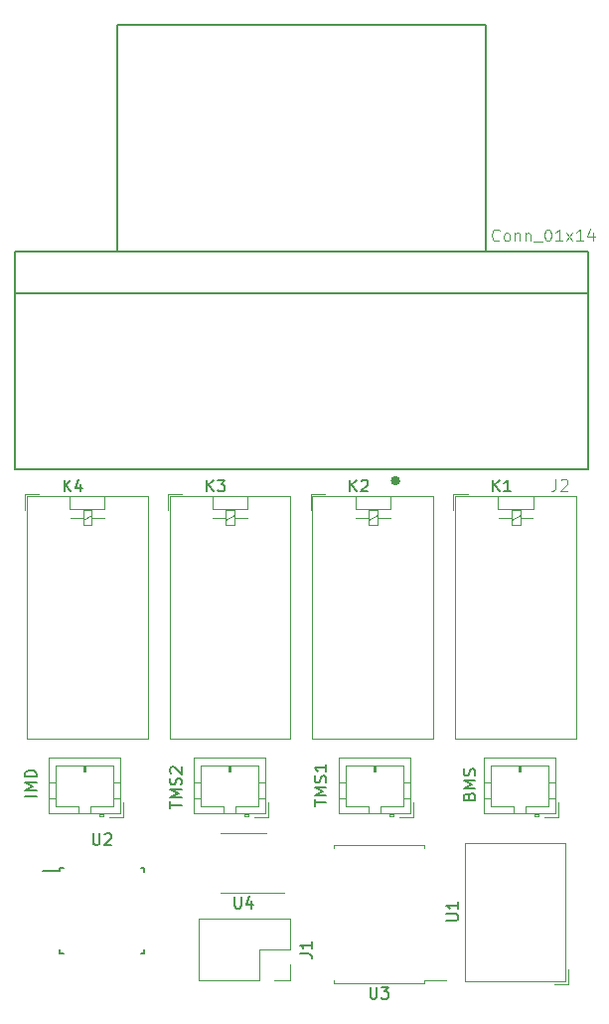
<source format=gbr>
G04 #@! TF.GenerationSoftware,KiCad,Pcbnew,5.1.5-52549c5~84~ubuntu18.04.1*
G04 #@! TF.CreationDate,2020-02-06T21:07:47-05:00*
G04 #@! TF.ProjectId,FH_fault-latch,46485f66-6175-46c7-942d-6c617463682e,rev?*
G04 #@! TF.SameCoordinates,Original*
G04 #@! TF.FileFunction,Legend,Top*
G04 #@! TF.FilePolarity,Positive*
%FSLAX46Y46*%
G04 Gerber Fmt 4.6, Leading zero omitted, Abs format (unit mm)*
G04 Created by KiCad (PCBNEW 5.1.5-52549c5~84~ubuntu18.04.1) date 2020-02-06 21:07:47*
%MOMM*%
%LPD*%
G04 APERTURE LIST*
%ADD10C,0.400000*%
%ADD11C,0.127000*%
%ADD12C,0.120000*%
%ADD13C,0.150000*%
%ADD14C,0.050000*%
G04 APERTURE END LIST*
D10*
X138248000Y-84724000D02*
G75*
G03X138248000Y-84724000I-200000J0D01*
G01*
D11*
X154448000Y-83774000D02*
X105648000Y-83774000D01*
X114348000Y-45874000D02*
X114348000Y-65174000D01*
X145748000Y-45874000D02*
X114348000Y-45874000D01*
X145748000Y-65174000D02*
X145748000Y-45874000D01*
X114348000Y-65174000D02*
X105648000Y-65174000D01*
X145748000Y-65174000D02*
X114348000Y-65174000D01*
X154448000Y-65174000D02*
X145748000Y-65174000D01*
X154448000Y-65174000D02*
X154448000Y-68724000D01*
X154448000Y-83774000D02*
X154448000Y-68724000D01*
X105648000Y-68724000D02*
X105648000Y-83774000D01*
X105648000Y-68724000D02*
X105648000Y-65174000D01*
X154448000Y-68724000D02*
X105648000Y-68724000D01*
D12*
X148670000Y-87260000D02*
X147970000Y-87260000D01*
X148670000Y-88460000D02*
X148670000Y-87260000D01*
X147970000Y-88460000D02*
X148670000Y-88460000D01*
X147970000Y-87260000D02*
X147970000Y-88460000D01*
X147970000Y-88060000D02*
X148670000Y-87660000D01*
X148670000Y-87890000D02*
X149770000Y-87890000D01*
X147970000Y-87890000D02*
X146870000Y-87890000D01*
X149800000Y-87110000D02*
X149800000Y-86050000D01*
X146800000Y-87110000D02*
X149800000Y-87110000D01*
X146800000Y-86050000D02*
X146800000Y-87090000D01*
X153470000Y-86050000D02*
X143150000Y-86050000D01*
X153470000Y-106720000D02*
X153470000Y-86050000D01*
X143150000Y-106720000D02*
X153470000Y-106720000D01*
X143150000Y-86050000D02*
X143150000Y-106720000D01*
X142990000Y-87200000D02*
X142990000Y-85900000D01*
X142990000Y-85900000D02*
X144200000Y-85900000D01*
X125095000Y-119844500D02*
X128545000Y-119844500D01*
X125095000Y-119844500D02*
X123145000Y-119844500D01*
X125095000Y-114724500D02*
X127045000Y-114724500D01*
X125095000Y-114724500D02*
X123145000Y-114724500D01*
X140512000Y-127306000D02*
X142327000Y-127306000D01*
X140512000Y-127551000D02*
X140512000Y-127306000D01*
X136652000Y-127551000D02*
X140512000Y-127551000D01*
X132792000Y-127551000D02*
X132792000Y-127306000D01*
X136652000Y-127551000D02*
X132792000Y-127551000D01*
X140512000Y-115781000D02*
X140512000Y-116026000D01*
X136652000Y-115781000D02*
X140512000Y-115781000D01*
X132792000Y-115781000D02*
X132792000Y-116026000D01*
X136652000Y-115781000D02*
X132792000Y-115781000D01*
D13*
X109405000Y-117948500D02*
X107980000Y-117948500D01*
X116655000Y-117723500D02*
X116330000Y-117723500D01*
X116655000Y-124973500D02*
X116330000Y-124973500D01*
X109405000Y-124973500D02*
X109730000Y-124973500D01*
X109405000Y-117723500D02*
X109730000Y-117723500D01*
X109405000Y-124973500D02*
X109405000Y-124648500D01*
X116655000Y-124973500D02*
X116655000Y-124648500D01*
X116655000Y-117723500D02*
X116655000Y-118048500D01*
X109405000Y-117723500D02*
X109405000Y-117948500D01*
D12*
X152795000Y-127563000D02*
X152795000Y-126323000D01*
X151555000Y-127563000D02*
X152795000Y-127563000D01*
X143935000Y-115602000D02*
X152555000Y-115602000D01*
X143935000Y-127323000D02*
X152555000Y-127323000D01*
X152555000Y-127323000D02*
X152555000Y-115602000D01*
X143935000Y-127323000D02*
X143935000Y-115602000D01*
X114882000Y-113362000D02*
X114882000Y-112112000D01*
X113632000Y-113362000D02*
X114882000Y-113362000D01*
X111522000Y-108952000D02*
X111522000Y-109452000D01*
X111422000Y-109452000D02*
X111422000Y-108952000D01*
X111622000Y-109452000D02*
X111422000Y-109452000D01*
X111622000Y-108952000D02*
X111622000Y-109452000D01*
X108462000Y-110452000D02*
X109072000Y-110452000D01*
X108462000Y-111752000D02*
X109072000Y-111752000D01*
X114582000Y-110452000D02*
X113972000Y-110452000D01*
X114582000Y-111752000D02*
X113972000Y-111752000D01*
X111022000Y-112452000D02*
X111022000Y-113062000D01*
X109072000Y-112452000D02*
X111022000Y-112452000D01*
X109072000Y-108952000D02*
X109072000Y-112452000D01*
X113972000Y-108952000D02*
X109072000Y-108952000D01*
X113972000Y-112452000D02*
X113972000Y-108952000D01*
X112022000Y-112452000D02*
X113972000Y-112452000D01*
X112022000Y-113062000D02*
X112022000Y-112452000D01*
X112822000Y-113162000D02*
X113122000Y-113162000D01*
X113122000Y-113262000D02*
X113122000Y-113062000D01*
X112822000Y-113262000D02*
X113122000Y-113262000D01*
X112822000Y-113062000D02*
X112822000Y-113262000D01*
X108462000Y-113062000D02*
X114582000Y-113062000D01*
X108462000Y-108342000D02*
X108462000Y-113062000D01*
X114582000Y-108342000D02*
X108462000Y-108342000D01*
X114582000Y-113062000D02*
X114582000Y-108342000D01*
X127243333Y-113362000D02*
X127243333Y-112112000D01*
X125993333Y-113362000D02*
X127243333Y-113362000D01*
X123883333Y-108952000D02*
X123883333Y-109452000D01*
X123783333Y-109452000D02*
X123783333Y-108952000D01*
X123983333Y-109452000D02*
X123783333Y-109452000D01*
X123983333Y-108952000D02*
X123983333Y-109452000D01*
X120823333Y-110452000D02*
X121433333Y-110452000D01*
X120823333Y-111752000D02*
X121433333Y-111752000D01*
X126943333Y-110452000D02*
X126333333Y-110452000D01*
X126943333Y-111752000D02*
X126333333Y-111752000D01*
X123383333Y-112452000D02*
X123383333Y-113062000D01*
X121433333Y-112452000D02*
X123383333Y-112452000D01*
X121433333Y-108952000D02*
X121433333Y-112452000D01*
X126333333Y-108952000D02*
X121433333Y-108952000D01*
X126333333Y-112452000D02*
X126333333Y-108952000D01*
X124383333Y-112452000D02*
X126333333Y-112452000D01*
X124383333Y-113062000D02*
X124383333Y-112452000D01*
X125183333Y-113162000D02*
X125483333Y-113162000D01*
X125483333Y-113262000D02*
X125483333Y-113062000D01*
X125183333Y-113262000D02*
X125483333Y-113262000D01*
X125183333Y-113062000D02*
X125183333Y-113262000D01*
X120823333Y-113062000D02*
X126943333Y-113062000D01*
X120823333Y-108342000D02*
X120823333Y-113062000D01*
X126943333Y-108342000D02*
X120823333Y-108342000D01*
X126943333Y-113062000D02*
X126943333Y-108342000D01*
X139604666Y-113362000D02*
X139604666Y-112112000D01*
X138354666Y-113362000D02*
X139604666Y-113362000D01*
X136244666Y-108952000D02*
X136244666Y-109452000D01*
X136144666Y-109452000D02*
X136144666Y-108952000D01*
X136344666Y-109452000D02*
X136144666Y-109452000D01*
X136344666Y-108952000D02*
X136344666Y-109452000D01*
X133184666Y-110452000D02*
X133794666Y-110452000D01*
X133184666Y-111752000D02*
X133794666Y-111752000D01*
X139304666Y-110452000D02*
X138694666Y-110452000D01*
X139304666Y-111752000D02*
X138694666Y-111752000D01*
X135744666Y-112452000D02*
X135744666Y-113062000D01*
X133794666Y-112452000D02*
X135744666Y-112452000D01*
X133794666Y-108952000D02*
X133794666Y-112452000D01*
X138694666Y-108952000D02*
X133794666Y-108952000D01*
X138694666Y-112452000D02*
X138694666Y-108952000D01*
X136744666Y-112452000D02*
X138694666Y-112452000D01*
X136744666Y-113062000D02*
X136744666Y-112452000D01*
X137544666Y-113162000D02*
X137844666Y-113162000D01*
X137844666Y-113262000D02*
X137844666Y-113062000D01*
X137544666Y-113262000D02*
X137844666Y-113262000D01*
X137544666Y-113062000D02*
X137544666Y-113262000D01*
X133184666Y-113062000D02*
X139304666Y-113062000D01*
X133184666Y-108342000D02*
X133184666Y-113062000D01*
X139304666Y-108342000D02*
X133184666Y-108342000D01*
X139304666Y-113062000D02*
X139304666Y-108342000D01*
X151966000Y-113362000D02*
X151966000Y-112112000D01*
X150716000Y-113362000D02*
X151966000Y-113362000D01*
X148606000Y-108952000D02*
X148606000Y-109452000D01*
X148506000Y-109452000D02*
X148506000Y-108952000D01*
X148706000Y-109452000D02*
X148506000Y-109452000D01*
X148706000Y-108952000D02*
X148706000Y-109452000D01*
X145546000Y-110452000D02*
X146156000Y-110452000D01*
X145546000Y-111752000D02*
X146156000Y-111752000D01*
X151666000Y-110452000D02*
X151056000Y-110452000D01*
X151666000Y-111752000D02*
X151056000Y-111752000D01*
X148106000Y-112452000D02*
X148106000Y-113062000D01*
X146156000Y-112452000D02*
X148106000Y-112452000D01*
X146156000Y-108952000D02*
X146156000Y-112452000D01*
X151056000Y-108952000D02*
X146156000Y-108952000D01*
X151056000Y-112452000D02*
X151056000Y-108952000D01*
X149106000Y-112452000D02*
X151056000Y-112452000D01*
X149106000Y-113062000D02*
X149106000Y-112452000D01*
X149906000Y-113162000D02*
X150206000Y-113162000D01*
X150206000Y-113262000D02*
X150206000Y-113062000D01*
X149906000Y-113262000D02*
X150206000Y-113262000D01*
X149906000Y-113062000D02*
X149906000Y-113262000D01*
X145546000Y-113062000D02*
X151666000Y-113062000D01*
X145546000Y-108342000D02*
X145546000Y-113062000D01*
X151666000Y-108342000D02*
X145546000Y-108342000D01*
X151666000Y-113062000D02*
X151666000Y-108342000D01*
X112120000Y-87260000D02*
X111420000Y-87260000D01*
X112120000Y-88460000D02*
X112120000Y-87260000D01*
X111420000Y-88460000D02*
X112120000Y-88460000D01*
X111420000Y-87260000D02*
X111420000Y-88460000D01*
X111420000Y-88060000D02*
X112120000Y-87660000D01*
X112120000Y-87890000D02*
X113220000Y-87890000D01*
X111420000Y-87890000D02*
X110320000Y-87890000D01*
X113250000Y-87110000D02*
X113250000Y-86050000D01*
X110250000Y-87110000D02*
X113250000Y-87110000D01*
X110250000Y-86050000D02*
X110250000Y-87090000D01*
X116920000Y-86050000D02*
X106600000Y-86050000D01*
X116920000Y-106720000D02*
X116920000Y-86050000D01*
X106600000Y-106720000D02*
X116920000Y-106720000D01*
X106600000Y-86050000D02*
X106600000Y-106720000D01*
X106440000Y-87200000D02*
X106440000Y-85900000D01*
X106440000Y-85900000D02*
X107650000Y-85900000D01*
X124303333Y-87260000D02*
X123603333Y-87260000D01*
X124303333Y-88460000D02*
X124303333Y-87260000D01*
X123603333Y-88460000D02*
X124303333Y-88460000D01*
X123603333Y-87260000D02*
X123603333Y-88460000D01*
X123603333Y-88060000D02*
X124303333Y-87660000D01*
X124303333Y-87890000D02*
X125403333Y-87890000D01*
X123603333Y-87890000D02*
X122503333Y-87890000D01*
X125433333Y-87110000D02*
X125433333Y-86050000D01*
X122433333Y-87110000D02*
X125433333Y-87110000D01*
X122433333Y-86050000D02*
X122433333Y-87090000D01*
X129103333Y-86050000D02*
X118783333Y-86050000D01*
X129103333Y-106720000D02*
X129103333Y-86050000D01*
X118783333Y-106720000D02*
X129103333Y-106720000D01*
X118783333Y-86050000D02*
X118783333Y-106720000D01*
X118623333Y-87200000D02*
X118623333Y-85900000D01*
X118623333Y-85900000D02*
X119833333Y-85900000D01*
X136486666Y-87260000D02*
X135786666Y-87260000D01*
X136486666Y-88460000D02*
X136486666Y-87260000D01*
X135786666Y-88460000D02*
X136486666Y-88460000D01*
X135786666Y-87260000D02*
X135786666Y-88460000D01*
X135786666Y-88060000D02*
X136486666Y-87660000D01*
X136486666Y-87890000D02*
X137586666Y-87890000D01*
X135786666Y-87890000D02*
X134686666Y-87890000D01*
X137616666Y-87110000D02*
X137616666Y-86050000D01*
X134616666Y-87110000D02*
X137616666Y-87110000D01*
X134616666Y-86050000D02*
X134616666Y-87090000D01*
X141286666Y-86050000D02*
X130966666Y-86050000D01*
X141286666Y-106720000D02*
X141286666Y-86050000D01*
X130966666Y-106720000D02*
X141286666Y-106720000D01*
X130966666Y-86050000D02*
X130966666Y-106720000D01*
X130806666Y-87200000D02*
X130806666Y-85900000D01*
X130806666Y-85900000D02*
X132016666Y-85900000D01*
X129028500Y-125920500D02*
X129028500Y-127250500D01*
X129028500Y-127250500D02*
X127698500Y-127250500D01*
X129028500Y-124650500D02*
X126428500Y-124650500D01*
X126428500Y-124650500D02*
X126428500Y-127250500D01*
X126428500Y-127250500D02*
X121288500Y-127250500D01*
X121288500Y-122050500D02*
X121288500Y-127250500D01*
X129028500Y-122050500D02*
X121288500Y-122050500D01*
X129028500Y-122050500D02*
X129028500Y-124650500D01*
D14*
X151716720Y-84574648D02*
X151716720Y-85290320D01*
X151669008Y-85433454D01*
X151573585Y-85528877D01*
X151430451Y-85576588D01*
X151335028Y-85576588D01*
X152146122Y-84670071D02*
X152193834Y-84622360D01*
X152289257Y-84574648D01*
X152527814Y-84574648D01*
X152623237Y-84622360D01*
X152670948Y-84670071D01*
X152718660Y-84765494D01*
X152718660Y-84860917D01*
X152670948Y-85004051D01*
X152098411Y-85576588D01*
X152718660Y-85576588D01*
X146894311Y-64208642D02*
X146846665Y-64256288D01*
X146703728Y-64303934D01*
X146608437Y-64303934D01*
X146465500Y-64256288D01*
X146370208Y-64160997D01*
X146322562Y-64065705D01*
X146274917Y-63875122D01*
X146274917Y-63732185D01*
X146322562Y-63541602D01*
X146370208Y-63446311D01*
X146465500Y-63351020D01*
X146608437Y-63303374D01*
X146703728Y-63303374D01*
X146846665Y-63351020D01*
X146894311Y-63398665D01*
X147466060Y-64303934D02*
X147370768Y-64256288D01*
X147323122Y-64208642D01*
X147275477Y-64113351D01*
X147275477Y-63827477D01*
X147323122Y-63732185D01*
X147370768Y-63684540D01*
X147466060Y-63636894D01*
X147608997Y-63636894D01*
X147704288Y-63684540D01*
X147751934Y-63732185D01*
X147799580Y-63827477D01*
X147799580Y-64113351D01*
X147751934Y-64208642D01*
X147704288Y-64256288D01*
X147608997Y-64303934D01*
X147466060Y-64303934D01*
X148228391Y-63636894D02*
X148228391Y-64303934D01*
X148228391Y-63732185D02*
X148276037Y-63684540D01*
X148371328Y-63636894D01*
X148514265Y-63636894D01*
X148609557Y-63684540D01*
X148657202Y-63779831D01*
X148657202Y-64303934D01*
X149133660Y-63636894D02*
X149133660Y-64303934D01*
X149133660Y-63732185D02*
X149181305Y-63684540D01*
X149276597Y-63636894D01*
X149419534Y-63636894D01*
X149514825Y-63684540D01*
X149562471Y-63779831D01*
X149562471Y-64303934D01*
X149800700Y-64399225D02*
X150563031Y-64399225D01*
X150991842Y-63303374D02*
X151087134Y-63303374D01*
X151182425Y-63351020D01*
X151230071Y-63398665D01*
X151277717Y-63493957D01*
X151325362Y-63684540D01*
X151325362Y-63922768D01*
X151277717Y-64113351D01*
X151230071Y-64208642D01*
X151182425Y-64256288D01*
X151087134Y-64303934D01*
X150991842Y-64303934D01*
X150896551Y-64256288D01*
X150848905Y-64208642D01*
X150801260Y-64113351D01*
X150753614Y-63922768D01*
X150753614Y-63684540D01*
X150801260Y-63493957D01*
X150848905Y-63398665D01*
X150896551Y-63351020D01*
X150991842Y-63303374D01*
X152278277Y-64303934D02*
X151706528Y-64303934D01*
X151992402Y-64303934D02*
X151992402Y-63303374D01*
X151897111Y-63446311D01*
X151801820Y-63541602D01*
X151706528Y-63589248D01*
X152611797Y-64303934D02*
X153135900Y-63636894D01*
X152611797Y-63636894D02*
X153135900Y-64303934D01*
X154041168Y-64303934D02*
X153469420Y-64303934D01*
X153755294Y-64303934D02*
X153755294Y-63303374D01*
X153660002Y-63446311D01*
X153564711Y-63541602D01*
X153469420Y-63589248D01*
X154898791Y-63636894D02*
X154898791Y-64303934D01*
X154660562Y-63255728D02*
X154422334Y-63970414D01*
X155041728Y-63970414D01*
D13*
X146361904Y-85652380D02*
X146361904Y-84652380D01*
X146933333Y-85652380D02*
X146504761Y-85080952D01*
X146933333Y-84652380D02*
X146361904Y-85223809D01*
X147885714Y-85652380D02*
X147314285Y-85652380D01*
X147600000Y-85652380D02*
X147600000Y-84652380D01*
X147504761Y-84795238D01*
X147409523Y-84890476D01*
X147314285Y-84938095D01*
X124333095Y-120136880D02*
X124333095Y-120946404D01*
X124380714Y-121041642D01*
X124428333Y-121089261D01*
X124523571Y-121136880D01*
X124714047Y-121136880D01*
X124809285Y-121089261D01*
X124856904Y-121041642D01*
X124904523Y-120946404D01*
X124904523Y-120136880D01*
X125809285Y-120470214D02*
X125809285Y-121136880D01*
X125571190Y-120089261D02*
X125333095Y-120803547D01*
X125952142Y-120803547D01*
X135890095Y-127838380D02*
X135890095Y-128647904D01*
X135937714Y-128743142D01*
X135985333Y-128790761D01*
X136080571Y-128838380D01*
X136271047Y-128838380D01*
X136366285Y-128790761D01*
X136413904Y-128743142D01*
X136461523Y-128647904D01*
X136461523Y-127838380D01*
X136842476Y-127838380D02*
X137461523Y-127838380D01*
X137128190Y-128219333D01*
X137271047Y-128219333D01*
X137366285Y-128266952D01*
X137413904Y-128314571D01*
X137461523Y-128409809D01*
X137461523Y-128647904D01*
X137413904Y-128743142D01*
X137366285Y-128790761D01*
X137271047Y-128838380D01*
X136985333Y-128838380D01*
X136890095Y-128790761D01*
X136842476Y-128743142D01*
X112268095Y-114750880D02*
X112268095Y-115560404D01*
X112315714Y-115655642D01*
X112363333Y-115703261D01*
X112458571Y-115750880D01*
X112649047Y-115750880D01*
X112744285Y-115703261D01*
X112791904Y-115655642D01*
X112839523Y-115560404D01*
X112839523Y-114750880D01*
X113268095Y-114846119D02*
X113315714Y-114798500D01*
X113410952Y-114750880D01*
X113649047Y-114750880D01*
X113744285Y-114798500D01*
X113791904Y-114846119D01*
X113839523Y-114941357D01*
X113839523Y-115036595D01*
X113791904Y-115179452D01*
X113220476Y-115750880D01*
X113839523Y-115750880D01*
X142387380Y-122173904D02*
X143196904Y-122173904D01*
X143292142Y-122126285D01*
X143339761Y-122078666D01*
X143387380Y-121983428D01*
X143387380Y-121792952D01*
X143339761Y-121697714D01*
X143292142Y-121650095D01*
X143196904Y-121602476D01*
X142387380Y-121602476D01*
X143387380Y-120602476D02*
X143387380Y-121173904D01*
X143387380Y-120888190D02*
X142387380Y-120888190D01*
X142530238Y-120983428D01*
X142625476Y-121078666D01*
X142673095Y-121173904D01*
X107449880Y-111561428D02*
X106449880Y-111561428D01*
X107449880Y-111085238D02*
X106449880Y-111085238D01*
X107164166Y-110751904D01*
X106449880Y-110418571D01*
X107449880Y-110418571D01*
X107449880Y-109942380D02*
X106449880Y-109942380D01*
X106449880Y-109704285D01*
X106497500Y-109561428D01*
X106592738Y-109466190D01*
X106687976Y-109418571D01*
X106878452Y-109370952D01*
X107021309Y-109370952D01*
X107211785Y-109418571D01*
X107307023Y-109466190D01*
X107402261Y-109561428D01*
X107449880Y-109704285D01*
X107449880Y-109942380D01*
X118832380Y-112617023D02*
X118832380Y-112045595D01*
X119832380Y-112331309D02*
X118832380Y-112331309D01*
X119832380Y-111712261D02*
X118832380Y-111712261D01*
X119546666Y-111378928D01*
X118832380Y-111045595D01*
X119832380Y-111045595D01*
X119784761Y-110617023D02*
X119832380Y-110474166D01*
X119832380Y-110236071D01*
X119784761Y-110140833D01*
X119737142Y-110093214D01*
X119641904Y-110045595D01*
X119546666Y-110045595D01*
X119451428Y-110093214D01*
X119403809Y-110140833D01*
X119356190Y-110236071D01*
X119308571Y-110426547D01*
X119260952Y-110521785D01*
X119213333Y-110569404D01*
X119118095Y-110617023D01*
X119022857Y-110617023D01*
X118927619Y-110569404D01*
X118880000Y-110521785D01*
X118832380Y-110426547D01*
X118832380Y-110188452D01*
X118880000Y-110045595D01*
X118927619Y-109664642D02*
X118880000Y-109617023D01*
X118832380Y-109521785D01*
X118832380Y-109283690D01*
X118880000Y-109188452D01*
X118927619Y-109140833D01*
X119022857Y-109093214D01*
X119118095Y-109093214D01*
X119260952Y-109140833D01*
X119832380Y-109712261D01*
X119832380Y-109093214D01*
X131151380Y-112426523D02*
X131151380Y-111855095D01*
X132151380Y-112140809D02*
X131151380Y-112140809D01*
X132151380Y-111521761D02*
X131151380Y-111521761D01*
X131865666Y-111188428D01*
X131151380Y-110855095D01*
X132151380Y-110855095D01*
X132103761Y-110426523D02*
X132151380Y-110283666D01*
X132151380Y-110045571D01*
X132103761Y-109950333D01*
X132056142Y-109902714D01*
X131960904Y-109855095D01*
X131865666Y-109855095D01*
X131770428Y-109902714D01*
X131722809Y-109950333D01*
X131675190Y-110045571D01*
X131627571Y-110236047D01*
X131579952Y-110331285D01*
X131532333Y-110378904D01*
X131437095Y-110426523D01*
X131341857Y-110426523D01*
X131246619Y-110378904D01*
X131199000Y-110331285D01*
X131151380Y-110236047D01*
X131151380Y-109997952D01*
X131199000Y-109855095D01*
X132151380Y-108902714D02*
X132151380Y-109474142D01*
X132151380Y-109188428D02*
X131151380Y-109188428D01*
X131294238Y-109283666D01*
X131389476Y-109378904D01*
X131437095Y-109474142D01*
X144327571Y-111593190D02*
X144375190Y-111450333D01*
X144422809Y-111402714D01*
X144518047Y-111355095D01*
X144660904Y-111355095D01*
X144756142Y-111402714D01*
X144803761Y-111450333D01*
X144851380Y-111545571D01*
X144851380Y-111926523D01*
X143851380Y-111926523D01*
X143851380Y-111593190D01*
X143899000Y-111497952D01*
X143946619Y-111450333D01*
X144041857Y-111402714D01*
X144137095Y-111402714D01*
X144232333Y-111450333D01*
X144279952Y-111497952D01*
X144327571Y-111593190D01*
X144327571Y-111926523D01*
X144851380Y-110926523D02*
X143851380Y-110926523D01*
X144565666Y-110593190D01*
X143851380Y-110259857D01*
X144851380Y-110259857D01*
X144803761Y-109831285D02*
X144851380Y-109688428D01*
X144851380Y-109450333D01*
X144803761Y-109355095D01*
X144756142Y-109307476D01*
X144660904Y-109259857D01*
X144565666Y-109259857D01*
X144470428Y-109307476D01*
X144422809Y-109355095D01*
X144375190Y-109450333D01*
X144327571Y-109640809D01*
X144279952Y-109736047D01*
X144232333Y-109783666D01*
X144137095Y-109831285D01*
X144041857Y-109831285D01*
X143946619Y-109783666D01*
X143899000Y-109736047D01*
X143851380Y-109640809D01*
X143851380Y-109402714D01*
X143899000Y-109259857D01*
X109811904Y-85652380D02*
X109811904Y-84652380D01*
X110383333Y-85652380D02*
X109954761Y-85080952D01*
X110383333Y-84652380D02*
X109811904Y-85223809D01*
X111240476Y-84985714D02*
X111240476Y-85652380D01*
X111002380Y-84604761D02*
X110764285Y-85319047D01*
X111383333Y-85319047D01*
X121995237Y-85652380D02*
X121995237Y-84652380D01*
X122566666Y-85652380D02*
X122138094Y-85080952D01*
X122566666Y-84652380D02*
X121995237Y-85223809D01*
X122899999Y-84652380D02*
X123519047Y-84652380D01*
X123185713Y-85033333D01*
X123328571Y-85033333D01*
X123423809Y-85080952D01*
X123471428Y-85128571D01*
X123519047Y-85223809D01*
X123519047Y-85461904D01*
X123471428Y-85557142D01*
X123423809Y-85604761D01*
X123328571Y-85652380D01*
X123042856Y-85652380D01*
X122947618Y-85604761D01*
X122899999Y-85557142D01*
X134178570Y-85652380D02*
X134178570Y-84652380D01*
X134749999Y-85652380D02*
X134321427Y-85080952D01*
X134749999Y-84652380D02*
X134178570Y-85223809D01*
X135130951Y-84747619D02*
X135178570Y-84700000D01*
X135273808Y-84652380D01*
X135511904Y-84652380D01*
X135607142Y-84700000D01*
X135654761Y-84747619D01*
X135702380Y-84842857D01*
X135702380Y-84938095D01*
X135654761Y-85080952D01*
X135083332Y-85652380D01*
X135702380Y-85652380D01*
X129920880Y-124983833D02*
X130635166Y-124983833D01*
X130778023Y-125031452D01*
X130873261Y-125126690D01*
X130920880Y-125269547D01*
X130920880Y-125364785D01*
X130920880Y-123983833D02*
X130920880Y-124555261D01*
X130920880Y-124269547D02*
X129920880Y-124269547D01*
X130063738Y-124364785D01*
X130158976Y-124460023D01*
X130206595Y-124555261D01*
M02*

</source>
